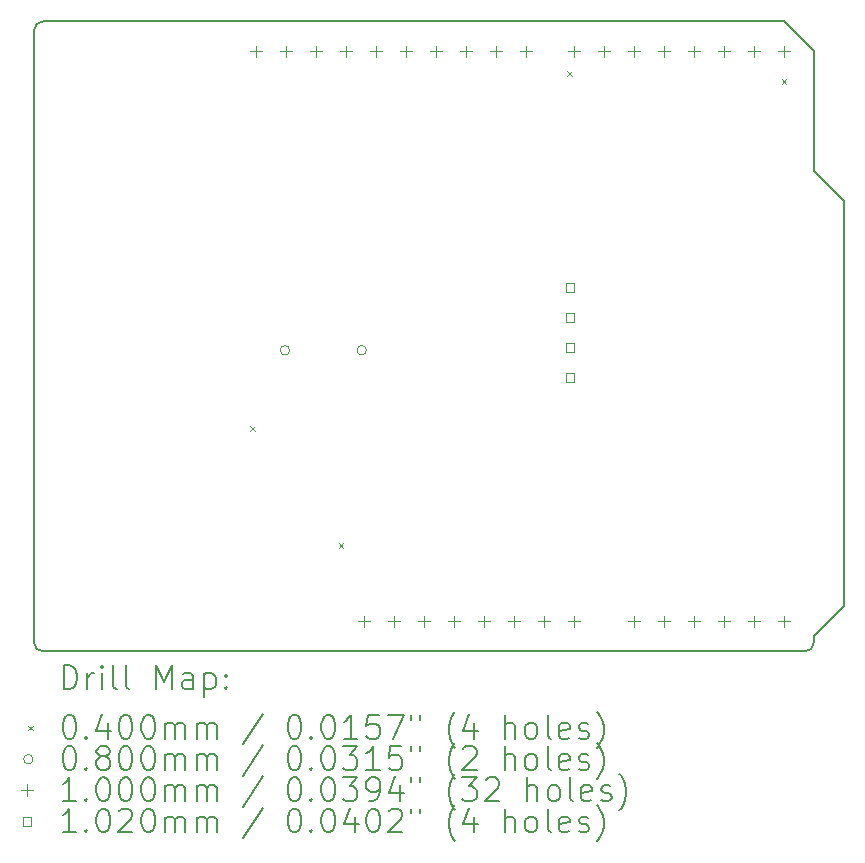
<source format=gbr>
%TF.GenerationSoftware,KiCad,Pcbnew,8.0.8*%
%TF.CreationDate,2025-02-15T01:56:57-07:00*%
%TF.ProjectId,bubble_detector_v2_shield,62756262-6c65-45f6-9465-746563746f72,rev?*%
%TF.SameCoordinates,Original*%
%TF.FileFunction,Drillmap*%
%TF.FilePolarity,Positive*%
%FSLAX45Y45*%
G04 Gerber Fmt 4.5, Leading zero omitted, Abs format (unit mm)*
G04 Created by KiCad (PCBNEW 8.0.8) date 2025-02-15 01:56:57*
%MOMM*%
%LPD*%
G01*
G04 APERTURE LIST*
%ADD10C,0.150000*%
%ADD11C,0.200000*%
%ADD12C,0.100000*%
%ADD13C,0.102000*%
G04 APERTURE END LIST*
D10*
X16604000Y-5936000D02*
X16858000Y-6190000D01*
X10000000Y-9923800D02*
X10000000Y-4742200D01*
X16858000Y-6190000D02*
X16858000Y-9619000D01*
X16527800Y-10000000D02*
X10076200Y-10000000D01*
X10076200Y-4666000D02*
X16350000Y-4666000D01*
X10076200Y-10000000D02*
G75*
G02*
X10000000Y-9923800I0J76200D01*
G01*
X16858000Y-9619000D02*
X16604000Y-9873000D01*
X16350000Y-4666000D02*
X16604000Y-4920000D01*
X16604000Y-9923800D02*
G75*
G02*
X16527800Y-10000000I-76200J0D01*
G01*
X16604000Y-4920000D02*
X16604000Y-5936000D01*
X16604000Y-9873000D02*
X16604000Y-9923800D01*
X10000000Y-4742200D02*
G75*
G02*
X10076200Y-4666000I76200J0D01*
G01*
D11*
D12*
X11830000Y-8092500D02*
X11870000Y-8132500D01*
X11870000Y-8092500D02*
X11830000Y-8132500D01*
X12580000Y-9080000D02*
X12620000Y-9120000D01*
X12620000Y-9080000D02*
X12580000Y-9120000D01*
X14517500Y-5089230D02*
X14557500Y-5129230D01*
X14557500Y-5089230D02*
X14517500Y-5129230D01*
X16330000Y-5154570D02*
X16370000Y-5194570D01*
X16370000Y-5154570D02*
X16330000Y-5194570D01*
X12165000Y-7450000D02*
G75*
G02*
X12085000Y-7450000I-40000J0D01*
G01*
X12085000Y-7450000D02*
G75*
G02*
X12165000Y-7450000I40000J0D01*
G01*
X12815000Y-7450000D02*
G75*
G02*
X12735000Y-7450000I-40000J0D01*
G01*
X12735000Y-7450000D02*
G75*
G02*
X12815000Y-7450000I40000J0D01*
G01*
X11879600Y-4870000D02*
X11879600Y-4970000D01*
X11829600Y-4920000D02*
X11929600Y-4920000D01*
X12133600Y-4870000D02*
X12133600Y-4970000D01*
X12083600Y-4920000D02*
X12183600Y-4920000D01*
X12387600Y-4870000D02*
X12387600Y-4970000D01*
X12337600Y-4920000D02*
X12437600Y-4920000D01*
X12641600Y-4870000D02*
X12641600Y-4970000D01*
X12591600Y-4920000D02*
X12691600Y-4920000D01*
X12794000Y-9696000D02*
X12794000Y-9796000D01*
X12744000Y-9746000D02*
X12844000Y-9746000D01*
X12895600Y-4870000D02*
X12895600Y-4970000D01*
X12845600Y-4920000D02*
X12945600Y-4920000D01*
X13048000Y-9696000D02*
X13048000Y-9796000D01*
X12998000Y-9746000D02*
X13098000Y-9746000D01*
X13149600Y-4870000D02*
X13149600Y-4970000D01*
X13099600Y-4920000D02*
X13199600Y-4920000D01*
X13302000Y-9696000D02*
X13302000Y-9796000D01*
X13252000Y-9746000D02*
X13352000Y-9746000D01*
X13403600Y-4870000D02*
X13403600Y-4970000D01*
X13353600Y-4920000D02*
X13453600Y-4920000D01*
X13556000Y-9696000D02*
X13556000Y-9796000D01*
X13506000Y-9746000D02*
X13606000Y-9746000D01*
X13657600Y-4870000D02*
X13657600Y-4970000D01*
X13607600Y-4920000D02*
X13707600Y-4920000D01*
X13810000Y-9696000D02*
X13810000Y-9796000D01*
X13760000Y-9746000D02*
X13860000Y-9746000D01*
X13911600Y-4870000D02*
X13911600Y-4970000D01*
X13861600Y-4920000D02*
X13961600Y-4920000D01*
X14064000Y-9696000D02*
X14064000Y-9796000D01*
X14014000Y-9746000D02*
X14114000Y-9746000D01*
X14165600Y-4870000D02*
X14165600Y-4970000D01*
X14115600Y-4920000D02*
X14215600Y-4920000D01*
X14318000Y-9696000D02*
X14318000Y-9796000D01*
X14268000Y-9746000D02*
X14368000Y-9746000D01*
X14572000Y-4870000D02*
X14572000Y-4970000D01*
X14522000Y-4920000D02*
X14622000Y-4920000D01*
X14572000Y-9696000D02*
X14572000Y-9796000D01*
X14522000Y-9746000D02*
X14622000Y-9746000D01*
X14826000Y-4870000D02*
X14826000Y-4970000D01*
X14776000Y-4920000D02*
X14876000Y-4920000D01*
X15080000Y-4870000D02*
X15080000Y-4970000D01*
X15030000Y-4920000D02*
X15130000Y-4920000D01*
X15080000Y-9696000D02*
X15080000Y-9796000D01*
X15030000Y-9746000D02*
X15130000Y-9746000D01*
X15334000Y-4870000D02*
X15334000Y-4970000D01*
X15284000Y-4920000D02*
X15384000Y-4920000D01*
X15334000Y-9696000D02*
X15334000Y-9796000D01*
X15284000Y-9746000D02*
X15384000Y-9746000D01*
X15588000Y-4870000D02*
X15588000Y-4970000D01*
X15538000Y-4920000D02*
X15638000Y-4920000D01*
X15588000Y-9696000D02*
X15588000Y-9796000D01*
X15538000Y-9746000D02*
X15638000Y-9746000D01*
X15842000Y-4870000D02*
X15842000Y-4970000D01*
X15792000Y-4920000D02*
X15892000Y-4920000D01*
X15842000Y-9696000D02*
X15842000Y-9796000D01*
X15792000Y-9746000D02*
X15892000Y-9746000D01*
X16096000Y-4870000D02*
X16096000Y-4970000D01*
X16046000Y-4920000D02*
X16146000Y-4920000D01*
X16096000Y-9696000D02*
X16096000Y-9796000D01*
X16046000Y-9746000D02*
X16146000Y-9746000D01*
X16350000Y-4870000D02*
X16350000Y-4970000D01*
X16300000Y-4920000D02*
X16400000Y-4920000D01*
X16350000Y-9696000D02*
X16350000Y-9796000D01*
X16300000Y-9746000D02*
X16400000Y-9746000D01*
D13*
X14573563Y-6955063D02*
X14573563Y-6882937D01*
X14501437Y-6882937D01*
X14501437Y-6955063D01*
X14573563Y-6955063D01*
X14573563Y-7209063D02*
X14573563Y-7136937D01*
X14501437Y-7136937D01*
X14501437Y-7209063D01*
X14573563Y-7209063D01*
X14573563Y-7463063D02*
X14573563Y-7390937D01*
X14501437Y-7390937D01*
X14501437Y-7463063D01*
X14573563Y-7463063D01*
X14573563Y-7717063D02*
X14573563Y-7644937D01*
X14501437Y-7644937D01*
X14501437Y-7717063D01*
X14573563Y-7717063D01*
D11*
X10253277Y-10318984D02*
X10253277Y-10118984D01*
X10253277Y-10118984D02*
X10300896Y-10118984D01*
X10300896Y-10118984D02*
X10329467Y-10128508D01*
X10329467Y-10128508D02*
X10348515Y-10147555D01*
X10348515Y-10147555D02*
X10358039Y-10166603D01*
X10358039Y-10166603D02*
X10367563Y-10204698D01*
X10367563Y-10204698D02*
X10367563Y-10233270D01*
X10367563Y-10233270D02*
X10358039Y-10271365D01*
X10358039Y-10271365D02*
X10348515Y-10290412D01*
X10348515Y-10290412D02*
X10329467Y-10309460D01*
X10329467Y-10309460D02*
X10300896Y-10318984D01*
X10300896Y-10318984D02*
X10253277Y-10318984D01*
X10453277Y-10318984D02*
X10453277Y-10185650D01*
X10453277Y-10223746D02*
X10462801Y-10204698D01*
X10462801Y-10204698D02*
X10472324Y-10195174D01*
X10472324Y-10195174D02*
X10491372Y-10185650D01*
X10491372Y-10185650D02*
X10510420Y-10185650D01*
X10577086Y-10318984D02*
X10577086Y-10185650D01*
X10577086Y-10118984D02*
X10567563Y-10128508D01*
X10567563Y-10128508D02*
X10577086Y-10138031D01*
X10577086Y-10138031D02*
X10586610Y-10128508D01*
X10586610Y-10128508D02*
X10577086Y-10118984D01*
X10577086Y-10118984D02*
X10577086Y-10138031D01*
X10700896Y-10318984D02*
X10681848Y-10309460D01*
X10681848Y-10309460D02*
X10672324Y-10290412D01*
X10672324Y-10290412D02*
X10672324Y-10118984D01*
X10805658Y-10318984D02*
X10786610Y-10309460D01*
X10786610Y-10309460D02*
X10777086Y-10290412D01*
X10777086Y-10290412D02*
X10777086Y-10118984D01*
X11034229Y-10318984D02*
X11034229Y-10118984D01*
X11034229Y-10118984D02*
X11100896Y-10261841D01*
X11100896Y-10261841D02*
X11167563Y-10118984D01*
X11167563Y-10118984D02*
X11167563Y-10318984D01*
X11348515Y-10318984D02*
X11348515Y-10214222D01*
X11348515Y-10214222D02*
X11338991Y-10195174D01*
X11338991Y-10195174D02*
X11319943Y-10185650D01*
X11319943Y-10185650D02*
X11281848Y-10185650D01*
X11281848Y-10185650D02*
X11262801Y-10195174D01*
X11348515Y-10309460D02*
X11329467Y-10318984D01*
X11329467Y-10318984D02*
X11281848Y-10318984D01*
X11281848Y-10318984D02*
X11262801Y-10309460D01*
X11262801Y-10309460D02*
X11253277Y-10290412D01*
X11253277Y-10290412D02*
X11253277Y-10271365D01*
X11253277Y-10271365D02*
X11262801Y-10252317D01*
X11262801Y-10252317D02*
X11281848Y-10242793D01*
X11281848Y-10242793D02*
X11329467Y-10242793D01*
X11329467Y-10242793D02*
X11348515Y-10233270D01*
X11443753Y-10185650D02*
X11443753Y-10385650D01*
X11443753Y-10195174D02*
X11462801Y-10185650D01*
X11462801Y-10185650D02*
X11500896Y-10185650D01*
X11500896Y-10185650D02*
X11519943Y-10195174D01*
X11519943Y-10195174D02*
X11529467Y-10204698D01*
X11529467Y-10204698D02*
X11538991Y-10223746D01*
X11538991Y-10223746D02*
X11538991Y-10280889D01*
X11538991Y-10280889D02*
X11529467Y-10299936D01*
X11529467Y-10299936D02*
X11519943Y-10309460D01*
X11519943Y-10309460D02*
X11500896Y-10318984D01*
X11500896Y-10318984D02*
X11462801Y-10318984D01*
X11462801Y-10318984D02*
X11443753Y-10309460D01*
X11624705Y-10299936D02*
X11634229Y-10309460D01*
X11634229Y-10309460D02*
X11624705Y-10318984D01*
X11624705Y-10318984D02*
X11615182Y-10309460D01*
X11615182Y-10309460D02*
X11624705Y-10299936D01*
X11624705Y-10299936D02*
X11624705Y-10318984D01*
X11624705Y-10195174D02*
X11634229Y-10204698D01*
X11634229Y-10204698D02*
X11624705Y-10214222D01*
X11624705Y-10214222D02*
X11615182Y-10204698D01*
X11615182Y-10204698D02*
X11624705Y-10195174D01*
X11624705Y-10195174D02*
X11624705Y-10214222D01*
D12*
X9952500Y-10627500D02*
X9992500Y-10667500D01*
X9992500Y-10627500D02*
X9952500Y-10667500D01*
D11*
X10291372Y-10538984D02*
X10310420Y-10538984D01*
X10310420Y-10538984D02*
X10329467Y-10548508D01*
X10329467Y-10548508D02*
X10338991Y-10558031D01*
X10338991Y-10558031D02*
X10348515Y-10577079D01*
X10348515Y-10577079D02*
X10358039Y-10615174D01*
X10358039Y-10615174D02*
X10358039Y-10662793D01*
X10358039Y-10662793D02*
X10348515Y-10700889D01*
X10348515Y-10700889D02*
X10338991Y-10719936D01*
X10338991Y-10719936D02*
X10329467Y-10729460D01*
X10329467Y-10729460D02*
X10310420Y-10738984D01*
X10310420Y-10738984D02*
X10291372Y-10738984D01*
X10291372Y-10738984D02*
X10272324Y-10729460D01*
X10272324Y-10729460D02*
X10262801Y-10719936D01*
X10262801Y-10719936D02*
X10253277Y-10700889D01*
X10253277Y-10700889D02*
X10243753Y-10662793D01*
X10243753Y-10662793D02*
X10243753Y-10615174D01*
X10243753Y-10615174D02*
X10253277Y-10577079D01*
X10253277Y-10577079D02*
X10262801Y-10558031D01*
X10262801Y-10558031D02*
X10272324Y-10548508D01*
X10272324Y-10548508D02*
X10291372Y-10538984D01*
X10443753Y-10719936D02*
X10453277Y-10729460D01*
X10453277Y-10729460D02*
X10443753Y-10738984D01*
X10443753Y-10738984D02*
X10434229Y-10729460D01*
X10434229Y-10729460D02*
X10443753Y-10719936D01*
X10443753Y-10719936D02*
X10443753Y-10738984D01*
X10624705Y-10605650D02*
X10624705Y-10738984D01*
X10577086Y-10529460D02*
X10529467Y-10672317D01*
X10529467Y-10672317D02*
X10653277Y-10672317D01*
X10767563Y-10538984D02*
X10786610Y-10538984D01*
X10786610Y-10538984D02*
X10805658Y-10548508D01*
X10805658Y-10548508D02*
X10815182Y-10558031D01*
X10815182Y-10558031D02*
X10824705Y-10577079D01*
X10824705Y-10577079D02*
X10834229Y-10615174D01*
X10834229Y-10615174D02*
X10834229Y-10662793D01*
X10834229Y-10662793D02*
X10824705Y-10700889D01*
X10824705Y-10700889D02*
X10815182Y-10719936D01*
X10815182Y-10719936D02*
X10805658Y-10729460D01*
X10805658Y-10729460D02*
X10786610Y-10738984D01*
X10786610Y-10738984D02*
X10767563Y-10738984D01*
X10767563Y-10738984D02*
X10748515Y-10729460D01*
X10748515Y-10729460D02*
X10738991Y-10719936D01*
X10738991Y-10719936D02*
X10729467Y-10700889D01*
X10729467Y-10700889D02*
X10719944Y-10662793D01*
X10719944Y-10662793D02*
X10719944Y-10615174D01*
X10719944Y-10615174D02*
X10729467Y-10577079D01*
X10729467Y-10577079D02*
X10738991Y-10558031D01*
X10738991Y-10558031D02*
X10748515Y-10548508D01*
X10748515Y-10548508D02*
X10767563Y-10538984D01*
X10958039Y-10538984D02*
X10977086Y-10538984D01*
X10977086Y-10538984D02*
X10996134Y-10548508D01*
X10996134Y-10548508D02*
X11005658Y-10558031D01*
X11005658Y-10558031D02*
X11015182Y-10577079D01*
X11015182Y-10577079D02*
X11024705Y-10615174D01*
X11024705Y-10615174D02*
X11024705Y-10662793D01*
X11024705Y-10662793D02*
X11015182Y-10700889D01*
X11015182Y-10700889D02*
X11005658Y-10719936D01*
X11005658Y-10719936D02*
X10996134Y-10729460D01*
X10996134Y-10729460D02*
X10977086Y-10738984D01*
X10977086Y-10738984D02*
X10958039Y-10738984D01*
X10958039Y-10738984D02*
X10938991Y-10729460D01*
X10938991Y-10729460D02*
X10929467Y-10719936D01*
X10929467Y-10719936D02*
X10919944Y-10700889D01*
X10919944Y-10700889D02*
X10910420Y-10662793D01*
X10910420Y-10662793D02*
X10910420Y-10615174D01*
X10910420Y-10615174D02*
X10919944Y-10577079D01*
X10919944Y-10577079D02*
X10929467Y-10558031D01*
X10929467Y-10558031D02*
X10938991Y-10548508D01*
X10938991Y-10548508D02*
X10958039Y-10538984D01*
X11110420Y-10738984D02*
X11110420Y-10605650D01*
X11110420Y-10624698D02*
X11119944Y-10615174D01*
X11119944Y-10615174D02*
X11138991Y-10605650D01*
X11138991Y-10605650D02*
X11167563Y-10605650D01*
X11167563Y-10605650D02*
X11186610Y-10615174D01*
X11186610Y-10615174D02*
X11196134Y-10634222D01*
X11196134Y-10634222D02*
X11196134Y-10738984D01*
X11196134Y-10634222D02*
X11205658Y-10615174D01*
X11205658Y-10615174D02*
X11224705Y-10605650D01*
X11224705Y-10605650D02*
X11253277Y-10605650D01*
X11253277Y-10605650D02*
X11272324Y-10615174D01*
X11272324Y-10615174D02*
X11281848Y-10634222D01*
X11281848Y-10634222D02*
X11281848Y-10738984D01*
X11377086Y-10738984D02*
X11377086Y-10605650D01*
X11377086Y-10624698D02*
X11386610Y-10615174D01*
X11386610Y-10615174D02*
X11405658Y-10605650D01*
X11405658Y-10605650D02*
X11434229Y-10605650D01*
X11434229Y-10605650D02*
X11453277Y-10615174D01*
X11453277Y-10615174D02*
X11462801Y-10634222D01*
X11462801Y-10634222D02*
X11462801Y-10738984D01*
X11462801Y-10634222D02*
X11472324Y-10615174D01*
X11472324Y-10615174D02*
X11491372Y-10605650D01*
X11491372Y-10605650D02*
X11519943Y-10605650D01*
X11519943Y-10605650D02*
X11538991Y-10615174D01*
X11538991Y-10615174D02*
X11548515Y-10634222D01*
X11548515Y-10634222D02*
X11548515Y-10738984D01*
X11938991Y-10529460D02*
X11767563Y-10786603D01*
X12196134Y-10538984D02*
X12215182Y-10538984D01*
X12215182Y-10538984D02*
X12234229Y-10548508D01*
X12234229Y-10548508D02*
X12243753Y-10558031D01*
X12243753Y-10558031D02*
X12253277Y-10577079D01*
X12253277Y-10577079D02*
X12262801Y-10615174D01*
X12262801Y-10615174D02*
X12262801Y-10662793D01*
X12262801Y-10662793D02*
X12253277Y-10700889D01*
X12253277Y-10700889D02*
X12243753Y-10719936D01*
X12243753Y-10719936D02*
X12234229Y-10729460D01*
X12234229Y-10729460D02*
X12215182Y-10738984D01*
X12215182Y-10738984D02*
X12196134Y-10738984D01*
X12196134Y-10738984D02*
X12177086Y-10729460D01*
X12177086Y-10729460D02*
X12167563Y-10719936D01*
X12167563Y-10719936D02*
X12158039Y-10700889D01*
X12158039Y-10700889D02*
X12148515Y-10662793D01*
X12148515Y-10662793D02*
X12148515Y-10615174D01*
X12148515Y-10615174D02*
X12158039Y-10577079D01*
X12158039Y-10577079D02*
X12167563Y-10558031D01*
X12167563Y-10558031D02*
X12177086Y-10548508D01*
X12177086Y-10548508D02*
X12196134Y-10538984D01*
X12348515Y-10719936D02*
X12358039Y-10729460D01*
X12358039Y-10729460D02*
X12348515Y-10738984D01*
X12348515Y-10738984D02*
X12338991Y-10729460D01*
X12338991Y-10729460D02*
X12348515Y-10719936D01*
X12348515Y-10719936D02*
X12348515Y-10738984D01*
X12481848Y-10538984D02*
X12500896Y-10538984D01*
X12500896Y-10538984D02*
X12519944Y-10548508D01*
X12519944Y-10548508D02*
X12529467Y-10558031D01*
X12529467Y-10558031D02*
X12538991Y-10577079D01*
X12538991Y-10577079D02*
X12548515Y-10615174D01*
X12548515Y-10615174D02*
X12548515Y-10662793D01*
X12548515Y-10662793D02*
X12538991Y-10700889D01*
X12538991Y-10700889D02*
X12529467Y-10719936D01*
X12529467Y-10719936D02*
X12519944Y-10729460D01*
X12519944Y-10729460D02*
X12500896Y-10738984D01*
X12500896Y-10738984D02*
X12481848Y-10738984D01*
X12481848Y-10738984D02*
X12462801Y-10729460D01*
X12462801Y-10729460D02*
X12453277Y-10719936D01*
X12453277Y-10719936D02*
X12443753Y-10700889D01*
X12443753Y-10700889D02*
X12434229Y-10662793D01*
X12434229Y-10662793D02*
X12434229Y-10615174D01*
X12434229Y-10615174D02*
X12443753Y-10577079D01*
X12443753Y-10577079D02*
X12453277Y-10558031D01*
X12453277Y-10558031D02*
X12462801Y-10548508D01*
X12462801Y-10548508D02*
X12481848Y-10538984D01*
X12738991Y-10738984D02*
X12624706Y-10738984D01*
X12681848Y-10738984D02*
X12681848Y-10538984D01*
X12681848Y-10538984D02*
X12662801Y-10567555D01*
X12662801Y-10567555D02*
X12643753Y-10586603D01*
X12643753Y-10586603D02*
X12624706Y-10596127D01*
X12919944Y-10538984D02*
X12824706Y-10538984D01*
X12824706Y-10538984D02*
X12815182Y-10634222D01*
X12815182Y-10634222D02*
X12824706Y-10624698D01*
X12824706Y-10624698D02*
X12843753Y-10615174D01*
X12843753Y-10615174D02*
X12891372Y-10615174D01*
X12891372Y-10615174D02*
X12910420Y-10624698D01*
X12910420Y-10624698D02*
X12919944Y-10634222D01*
X12919944Y-10634222D02*
X12929467Y-10653270D01*
X12929467Y-10653270D02*
X12929467Y-10700889D01*
X12929467Y-10700889D02*
X12919944Y-10719936D01*
X12919944Y-10719936D02*
X12910420Y-10729460D01*
X12910420Y-10729460D02*
X12891372Y-10738984D01*
X12891372Y-10738984D02*
X12843753Y-10738984D01*
X12843753Y-10738984D02*
X12824706Y-10729460D01*
X12824706Y-10729460D02*
X12815182Y-10719936D01*
X12996134Y-10538984D02*
X13129467Y-10538984D01*
X13129467Y-10538984D02*
X13043753Y-10738984D01*
X13196134Y-10538984D02*
X13196134Y-10577079D01*
X13272325Y-10538984D02*
X13272325Y-10577079D01*
X13567563Y-10815174D02*
X13558039Y-10805650D01*
X13558039Y-10805650D02*
X13538991Y-10777079D01*
X13538991Y-10777079D02*
X13529468Y-10758031D01*
X13529468Y-10758031D02*
X13519944Y-10729460D01*
X13519944Y-10729460D02*
X13510420Y-10681841D01*
X13510420Y-10681841D02*
X13510420Y-10643746D01*
X13510420Y-10643746D02*
X13519944Y-10596127D01*
X13519944Y-10596127D02*
X13529468Y-10567555D01*
X13529468Y-10567555D02*
X13538991Y-10548508D01*
X13538991Y-10548508D02*
X13558039Y-10519936D01*
X13558039Y-10519936D02*
X13567563Y-10510412D01*
X13729468Y-10605650D02*
X13729468Y-10738984D01*
X13681848Y-10529460D02*
X13634229Y-10672317D01*
X13634229Y-10672317D02*
X13758039Y-10672317D01*
X13986610Y-10738984D02*
X13986610Y-10538984D01*
X14072325Y-10738984D02*
X14072325Y-10634222D01*
X14072325Y-10634222D02*
X14062801Y-10615174D01*
X14062801Y-10615174D02*
X14043753Y-10605650D01*
X14043753Y-10605650D02*
X14015182Y-10605650D01*
X14015182Y-10605650D02*
X13996134Y-10615174D01*
X13996134Y-10615174D02*
X13986610Y-10624698D01*
X14196134Y-10738984D02*
X14177087Y-10729460D01*
X14177087Y-10729460D02*
X14167563Y-10719936D01*
X14167563Y-10719936D02*
X14158039Y-10700889D01*
X14158039Y-10700889D02*
X14158039Y-10643746D01*
X14158039Y-10643746D02*
X14167563Y-10624698D01*
X14167563Y-10624698D02*
X14177087Y-10615174D01*
X14177087Y-10615174D02*
X14196134Y-10605650D01*
X14196134Y-10605650D02*
X14224706Y-10605650D01*
X14224706Y-10605650D02*
X14243753Y-10615174D01*
X14243753Y-10615174D02*
X14253277Y-10624698D01*
X14253277Y-10624698D02*
X14262801Y-10643746D01*
X14262801Y-10643746D02*
X14262801Y-10700889D01*
X14262801Y-10700889D02*
X14253277Y-10719936D01*
X14253277Y-10719936D02*
X14243753Y-10729460D01*
X14243753Y-10729460D02*
X14224706Y-10738984D01*
X14224706Y-10738984D02*
X14196134Y-10738984D01*
X14377087Y-10738984D02*
X14358039Y-10729460D01*
X14358039Y-10729460D02*
X14348515Y-10710412D01*
X14348515Y-10710412D02*
X14348515Y-10538984D01*
X14529468Y-10729460D02*
X14510420Y-10738984D01*
X14510420Y-10738984D02*
X14472325Y-10738984D01*
X14472325Y-10738984D02*
X14453277Y-10729460D01*
X14453277Y-10729460D02*
X14443753Y-10710412D01*
X14443753Y-10710412D02*
X14443753Y-10634222D01*
X14443753Y-10634222D02*
X14453277Y-10615174D01*
X14453277Y-10615174D02*
X14472325Y-10605650D01*
X14472325Y-10605650D02*
X14510420Y-10605650D01*
X14510420Y-10605650D02*
X14529468Y-10615174D01*
X14529468Y-10615174D02*
X14538991Y-10634222D01*
X14538991Y-10634222D02*
X14538991Y-10653270D01*
X14538991Y-10653270D02*
X14443753Y-10672317D01*
X14615182Y-10729460D02*
X14634230Y-10738984D01*
X14634230Y-10738984D02*
X14672325Y-10738984D01*
X14672325Y-10738984D02*
X14691372Y-10729460D01*
X14691372Y-10729460D02*
X14700896Y-10710412D01*
X14700896Y-10710412D02*
X14700896Y-10700889D01*
X14700896Y-10700889D02*
X14691372Y-10681841D01*
X14691372Y-10681841D02*
X14672325Y-10672317D01*
X14672325Y-10672317D02*
X14643753Y-10672317D01*
X14643753Y-10672317D02*
X14624706Y-10662793D01*
X14624706Y-10662793D02*
X14615182Y-10643746D01*
X14615182Y-10643746D02*
X14615182Y-10634222D01*
X14615182Y-10634222D02*
X14624706Y-10615174D01*
X14624706Y-10615174D02*
X14643753Y-10605650D01*
X14643753Y-10605650D02*
X14672325Y-10605650D01*
X14672325Y-10605650D02*
X14691372Y-10615174D01*
X14767563Y-10815174D02*
X14777087Y-10805650D01*
X14777087Y-10805650D02*
X14796134Y-10777079D01*
X14796134Y-10777079D02*
X14805658Y-10758031D01*
X14805658Y-10758031D02*
X14815182Y-10729460D01*
X14815182Y-10729460D02*
X14824706Y-10681841D01*
X14824706Y-10681841D02*
X14824706Y-10643746D01*
X14824706Y-10643746D02*
X14815182Y-10596127D01*
X14815182Y-10596127D02*
X14805658Y-10567555D01*
X14805658Y-10567555D02*
X14796134Y-10548508D01*
X14796134Y-10548508D02*
X14777087Y-10519936D01*
X14777087Y-10519936D02*
X14767563Y-10510412D01*
D12*
X9992500Y-10911500D02*
G75*
G02*
X9912500Y-10911500I-40000J0D01*
G01*
X9912500Y-10911500D02*
G75*
G02*
X9992500Y-10911500I40000J0D01*
G01*
D11*
X10291372Y-10802984D02*
X10310420Y-10802984D01*
X10310420Y-10802984D02*
X10329467Y-10812508D01*
X10329467Y-10812508D02*
X10338991Y-10822031D01*
X10338991Y-10822031D02*
X10348515Y-10841079D01*
X10348515Y-10841079D02*
X10358039Y-10879174D01*
X10358039Y-10879174D02*
X10358039Y-10926793D01*
X10358039Y-10926793D02*
X10348515Y-10964889D01*
X10348515Y-10964889D02*
X10338991Y-10983936D01*
X10338991Y-10983936D02*
X10329467Y-10993460D01*
X10329467Y-10993460D02*
X10310420Y-11002984D01*
X10310420Y-11002984D02*
X10291372Y-11002984D01*
X10291372Y-11002984D02*
X10272324Y-10993460D01*
X10272324Y-10993460D02*
X10262801Y-10983936D01*
X10262801Y-10983936D02*
X10253277Y-10964889D01*
X10253277Y-10964889D02*
X10243753Y-10926793D01*
X10243753Y-10926793D02*
X10243753Y-10879174D01*
X10243753Y-10879174D02*
X10253277Y-10841079D01*
X10253277Y-10841079D02*
X10262801Y-10822031D01*
X10262801Y-10822031D02*
X10272324Y-10812508D01*
X10272324Y-10812508D02*
X10291372Y-10802984D01*
X10443753Y-10983936D02*
X10453277Y-10993460D01*
X10453277Y-10993460D02*
X10443753Y-11002984D01*
X10443753Y-11002984D02*
X10434229Y-10993460D01*
X10434229Y-10993460D02*
X10443753Y-10983936D01*
X10443753Y-10983936D02*
X10443753Y-11002984D01*
X10567563Y-10888698D02*
X10548515Y-10879174D01*
X10548515Y-10879174D02*
X10538991Y-10869650D01*
X10538991Y-10869650D02*
X10529467Y-10850603D01*
X10529467Y-10850603D02*
X10529467Y-10841079D01*
X10529467Y-10841079D02*
X10538991Y-10822031D01*
X10538991Y-10822031D02*
X10548515Y-10812508D01*
X10548515Y-10812508D02*
X10567563Y-10802984D01*
X10567563Y-10802984D02*
X10605658Y-10802984D01*
X10605658Y-10802984D02*
X10624705Y-10812508D01*
X10624705Y-10812508D02*
X10634229Y-10822031D01*
X10634229Y-10822031D02*
X10643753Y-10841079D01*
X10643753Y-10841079D02*
X10643753Y-10850603D01*
X10643753Y-10850603D02*
X10634229Y-10869650D01*
X10634229Y-10869650D02*
X10624705Y-10879174D01*
X10624705Y-10879174D02*
X10605658Y-10888698D01*
X10605658Y-10888698D02*
X10567563Y-10888698D01*
X10567563Y-10888698D02*
X10548515Y-10898222D01*
X10548515Y-10898222D02*
X10538991Y-10907746D01*
X10538991Y-10907746D02*
X10529467Y-10926793D01*
X10529467Y-10926793D02*
X10529467Y-10964889D01*
X10529467Y-10964889D02*
X10538991Y-10983936D01*
X10538991Y-10983936D02*
X10548515Y-10993460D01*
X10548515Y-10993460D02*
X10567563Y-11002984D01*
X10567563Y-11002984D02*
X10605658Y-11002984D01*
X10605658Y-11002984D02*
X10624705Y-10993460D01*
X10624705Y-10993460D02*
X10634229Y-10983936D01*
X10634229Y-10983936D02*
X10643753Y-10964889D01*
X10643753Y-10964889D02*
X10643753Y-10926793D01*
X10643753Y-10926793D02*
X10634229Y-10907746D01*
X10634229Y-10907746D02*
X10624705Y-10898222D01*
X10624705Y-10898222D02*
X10605658Y-10888698D01*
X10767563Y-10802984D02*
X10786610Y-10802984D01*
X10786610Y-10802984D02*
X10805658Y-10812508D01*
X10805658Y-10812508D02*
X10815182Y-10822031D01*
X10815182Y-10822031D02*
X10824705Y-10841079D01*
X10824705Y-10841079D02*
X10834229Y-10879174D01*
X10834229Y-10879174D02*
X10834229Y-10926793D01*
X10834229Y-10926793D02*
X10824705Y-10964889D01*
X10824705Y-10964889D02*
X10815182Y-10983936D01*
X10815182Y-10983936D02*
X10805658Y-10993460D01*
X10805658Y-10993460D02*
X10786610Y-11002984D01*
X10786610Y-11002984D02*
X10767563Y-11002984D01*
X10767563Y-11002984D02*
X10748515Y-10993460D01*
X10748515Y-10993460D02*
X10738991Y-10983936D01*
X10738991Y-10983936D02*
X10729467Y-10964889D01*
X10729467Y-10964889D02*
X10719944Y-10926793D01*
X10719944Y-10926793D02*
X10719944Y-10879174D01*
X10719944Y-10879174D02*
X10729467Y-10841079D01*
X10729467Y-10841079D02*
X10738991Y-10822031D01*
X10738991Y-10822031D02*
X10748515Y-10812508D01*
X10748515Y-10812508D02*
X10767563Y-10802984D01*
X10958039Y-10802984D02*
X10977086Y-10802984D01*
X10977086Y-10802984D02*
X10996134Y-10812508D01*
X10996134Y-10812508D02*
X11005658Y-10822031D01*
X11005658Y-10822031D02*
X11015182Y-10841079D01*
X11015182Y-10841079D02*
X11024705Y-10879174D01*
X11024705Y-10879174D02*
X11024705Y-10926793D01*
X11024705Y-10926793D02*
X11015182Y-10964889D01*
X11015182Y-10964889D02*
X11005658Y-10983936D01*
X11005658Y-10983936D02*
X10996134Y-10993460D01*
X10996134Y-10993460D02*
X10977086Y-11002984D01*
X10977086Y-11002984D02*
X10958039Y-11002984D01*
X10958039Y-11002984D02*
X10938991Y-10993460D01*
X10938991Y-10993460D02*
X10929467Y-10983936D01*
X10929467Y-10983936D02*
X10919944Y-10964889D01*
X10919944Y-10964889D02*
X10910420Y-10926793D01*
X10910420Y-10926793D02*
X10910420Y-10879174D01*
X10910420Y-10879174D02*
X10919944Y-10841079D01*
X10919944Y-10841079D02*
X10929467Y-10822031D01*
X10929467Y-10822031D02*
X10938991Y-10812508D01*
X10938991Y-10812508D02*
X10958039Y-10802984D01*
X11110420Y-11002984D02*
X11110420Y-10869650D01*
X11110420Y-10888698D02*
X11119944Y-10879174D01*
X11119944Y-10879174D02*
X11138991Y-10869650D01*
X11138991Y-10869650D02*
X11167563Y-10869650D01*
X11167563Y-10869650D02*
X11186610Y-10879174D01*
X11186610Y-10879174D02*
X11196134Y-10898222D01*
X11196134Y-10898222D02*
X11196134Y-11002984D01*
X11196134Y-10898222D02*
X11205658Y-10879174D01*
X11205658Y-10879174D02*
X11224705Y-10869650D01*
X11224705Y-10869650D02*
X11253277Y-10869650D01*
X11253277Y-10869650D02*
X11272324Y-10879174D01*
X11272324Y-10879174D02*
X11281848Y-10898222D01*
X11281848Y-10898222D02*
X11281848Y-11002984D01*
X11377086Y-11002984D02*
X11377086Y-10869650D01*
X11377086Y-10888698D02*
X11386610Y-10879174D01*
X11386610Y-10879174D02*
X11405658Y-10869650D01*
X11405658Y-10869650D02*
X11434229Y-10869650D01*
X11434229Y-10869650D02*
X11453277Y-10879174D01*
X11453277Y-10879174D02*
X11462801Y-10898222D01*
X11462801Y-10898222D02*
X11462801Y-11002984D01*
X11462801Y-10898222D02*
X11472324Y-10879174D01*
X11472324Y-10879174D02*
X11491372Y-10869650D01*
X11491372Y-10869650D02*
X11519943Y-10869650D01*
X11519943Y-10869650D02*
X11538991Y-10879174D01*
X11538991Y-10879174D02*
X11548515Y-10898222D01*
X11548515Y-10898222D02*
X11548515Y-11002984D01*
X11938991Y-10793460D02*
X11767563Y-11050603D01*
X12196134Y-10802984D02*
X12215182Y-10802984D01*
X12215182Y-10802984D02*
X12234229Y-10812508D01*
X12234229Y-10812508D02*
X12243753Y-10822031D01*
X12243753Y-10822031D02*
X12253277Y-10841079D01*
X12253277Y-10841079D02*
X12262801Y-10879174D01*
X12262801Y-10879174D02*
X12262801Y-10926793D01*
X12262801Y-10926793D02*
X12253277Y-10964889D01*
X12253277Y-10964889D02*
X12243753Y-10983936D01*
X12243753Y-10983936D02*
X12234229Y-10993460D01*
X12234229Y-10993460D02*
X12215182Y-11002984D01*
X12215182Y-11002984D02*
X12196134Y-11002984D01*
X12196134Y-11002984D02*
X12177086Y-10993460D01*
X12177086Y-10993460D02*
X12167563Y-10983936D01*
X12167563Y-10983936D02*
X12158039Y-10964889D01*
X12158039Y-10964889D02*
X12148515Y-10926793D01*
X12148515Y-10926793D02*
X12148515Y-10879174D01*
X12148515Y-10879174D02*
X12158039Y-10841079D01*
X12158039Y-10841079D02*
X12167563Y-10822031D01*
X12167563Y-10822031D02*
X12177086Y-10812508D01*
X12177086Y-10812508D02*
X12196134Y-10802984D01*
X12348515Y-10983936D02*
X12358039Y-10993460D01*
X12358039Y-10993460D02*
X12348515Y-11002984D01*
X12348515Y-11002984D02*
X12338991Y-10993460D01*
X12338991Y-10993460D02*
X12348515Y-10983936D01*
X12348515Y-10983936D02*
X12348515Y-11002984D01*
X12481848Y-10802984D02*
X12500896Y-10802984D01*
X12500896Y-10802984D02*
X12519944Y-10812508D01*
X12519944Y-10812508D02*
X12529467Y-10822031D01*
X12529467Y-10822031D02*
X12538991Y-10841079D01*
X12538991Y-10841079D02*
X12548515Y-10879174D01*
X12548515Y-10879174D02*
X12548515Y-10926793D01*
X12548515Y-10926793D02*
X12538991Y-10964889D01*
X12538991Y-10964889D02*
X12529467Y-10983936D01*
X12529467Y-10983936D02*
X12519944Y-10993460D01*
X12519944Y-10993460D02*
X12500896Y-11002984D01*
X12500896Y-11002984D02*
X12481848Y-11002984D01*
X12481848Y-11002984D02*
X12462801Y-10993460D01*
X12462801Y-10993460D02*
X12453277Y-10983936D01*
X12453277Y-10983936D02*
X12443753Y-10964889D01*
X12443753Y-10964889D02*
X12434229Y-10926793D01*
X12434229Y-10926793D02*
X12434229Y-10879174D01*
X12434229Y-10879174D02*
X12443753Y-10841079D01*
X12443753Y-10841079D02*
X12453277Y-10822031D01*
X12453277Y-10822031D02*
X12462801Y-10812508D01*
X12462801Y-10812508D02*
X12481848Y-10802984D01*
X12615182Y-10802984D02*
X12738991Y-10802984D01*
X12738991Y-10802984D02*
X12672325Y-10879174D01*
X12672325Y-10879174D02*
X12700896Y-10879174D01*
X12700896Y-10879174D02*
X12719944Y-10888698D01*
X12719944Y-10888698D02*
X12729467Y-10898222D01*
X12729467Y-10898222D02*
X12738991Y-10917270D01*
X12738991Y-10917270D02*
X12738991Y-10964889D01*
X12738991Y-10964889D02*
X12729467Y-10983936D01*
X12729467Y-10983936D02*
X12719944Y-10993460D01*
X12719944Y-10993460D02*
X12700896Y-11002984D01*
X12700896Y-11002984D02*
X12643753Y-11002984D01*
X12643753Y-11002984D02*
X12624706Y-10993460D01*
X12624706Y-10993460D02*
X12615182Y-10983936D01*
X12929467Y-11002984D02*
X12815182Y-11002984D01*
X12872325Y-11002984D02*
X12872325Y-10802984D01*
X12872325Y-10802984D02*
X12853277Y-10831555D01*
X12853277Y-10831555D02*
X12834229Y-10850603D01*
X12834229Y-10850603D02*
X12815182Y-10860127D01*
X13110420Y-10802984D02*
X13015182Y-10802984D01*
X13015182Y-10802984D02*
X13005658Y-10898222D01*
X13005658Y-10898222D02*
X13015182Y-10888698D01*
X13015182Y-10888698D02*
X13034229Y-10879174D01*
X13034229Y-10879174D02*
X13081848Y-10879174D01*
X13081848Y-10879174D02*
X13100896Y-10888698D01*
X13100896Y-10888698D02*
X13110420Y-10898222D01*
X13110420Y-10898222D02*
X13119944Y-10917270D01*
X13119944Y-10917270D02*
X13119944Y-10964889D01*
X13119944Y-10964889D02*
X13110420Y-10983936D01*
X13110420Y-10983936D02*
X13100896Y-10993460D01*
X13100896Y-10993460D02*
X13081848Y-11002984D01*
X13081848Y-11002984D02*
X13034229Y-11002984D01*
X13034229Y-11002984D02*
X13015182Y-10993460D01*
X13015182Y-10993460D02*
X13005658Y-10983936D01*
X13196134Y-10802984D02*
X13196134Y-10841079D01*
X13272325Y-10802984D02*
X13272325Y-10841079D01*
X13567563Y-11079174D02*
X13558039Y-11069650D01*
X13558039Y-11069650D02*
X13538991Y-11041079D01*
X13538991Y-11041079D02*
X13529468Y-11022031D01*
X13529468Y-11022031D02*
X13519944Y-10993460D01*
X13519944Y-10993460D02*
X13510420Y-10945841D01*
X13510420Y-10945841D02*
X13510420Y-10907746D01*
X13510420Y-10907746D02*
X13519944Y-10860127D01*
X13519944Y-10860127D02*
X13529468Y-10831555D01*
X13529468Y-10831555D02*
X13538991Y-10812508D01*
X13538991Y-10812508D02*
X13558039Y-10783936D01*
X13558039Y-10783936D02*
X13567563Y-10774412D01*
X13634229Y-10822031D02*
X13643753Y-10812508D01*
X13643753Y-10812508D02*
X13662801Y-10802984D01*
X13662801Y-10802984D02*
X13710420Y-10802984D01*
X13710420Y-10802984D02*
X13729468Y-10812508D01*
X13729468Y-10812508D02*
X13738991Y-10822031D01*
X13738991Y-10822031D02*
X13748515Y-10841079D01*
X13748515Y-10841079D02*
X13748515Y-10860127D01*
X13748515Y-10860127D02*
X13738991Y-10888698D01*
X13738991Y-10888698D02*
X13624706Y-11002984D01*
X13624706Y-11002984D02*
X13748515Y-11002984D01*
X13986610Y-11002984D02*
X13986610Y-10802984D01*
X14072325Y-11002984D02*
X14072325Y-10898222D01*
X14072325Y-10898222D02*
X14062801Y-10879174D01*
X14062801Y-10879174D02*
X14043753Y-10869650D01*
X14043753Y-10869650D02*
X14015182Y-10869650D01*
X14015182Y-10869650D02*
X13996134Y-10879174D01*
X13996134Y-10879174D02*
X13986610Y-10888698D01*
X14196134Y-11002984D02*
X14177087Y-10993460D01*
X14177087Y-10993460D02*
X14167563Y-10983936D01*
X14167563Y-10983936D02*
X14158039Y-10964889D01*
X14158039Y-10964889D02*
X14158039Y-10907746D01*
X14158039Y-10907746D02*
X14167563Y-10888698D01*
X14167563Y-10888698D02*
X14177087Y-10879174D01*
X14177087Y-10879174D02*
X14196134Y-10869650D01*
X14196134Y-10869650D02*
X14224706Y-10869650D01*
X14224706Y-10869650D02*
X14243753Y-10879174D01*
X14243753Y-10879174D02*
X14253277Y-10888698D01*
X14253277Y-10888698D02*
X14262801Y-10907746D01*
X14262801Y-10907746D02*
X14262801Y-10964889D01*
X14262801Y-10964889D02*
X14253277Y-10983936D01*
X14253277Y-10983936D02*
X14243753Y-10993460D01*
X14243753Y-10993460D02*
X14224706Y-11002984D01*
X14224706Y-11002984D02*
X14196134Y-11002984D01*
X14377087Y-11002984D02*
X14358039Y-10993460D01*
X14358039Y-10993460D02*
X14348515Y-10974412D01*
X14348515Y-10974412D02*
X14348515Y-10802984D01*
X14529468Y-10993460D02*
X14510420Y-11002984D01*
X14510420Y-11002984D02*
X14472325Y-11002984D01*
X14472325Y-11002984D02*
X14453277Y-10993460D01*
X14453277Y-10993460D02*
X14443753Y-10974412D01*
X14443753Y-10974412D02*
X14443753Y-10898222D01*
X14443753Y-10898222D02*
X14453277Y-10879174D01*
X14453277Y-10879174D02*
X14472325Y-10869650D01*
X14472325Y-10869650D02*
X14510420Y-10869650D01*
X14510420Y-10869650D02*
X14529468Y-10879174D01*
X14529468Y-10879174D02*
X14538991Y-10898222D01*
X14538991Y-10898222D02*
X14538991Y-10917270D01*
X14538991Y-10917270D02*
X14443753Y-10936317D01*
X14615182Y-10993460D02*
X14634230Y-11002984D01*
X14634230Y-11002984D02*
X14672325Y-11002984D01*
X14672325Y-11002984D02*
X14691372Y-10993460D01*
X14691372Y-10993460D02*
X14700896Y-10974412D01*
X14700896Y-10974412D02*
X14700896Y-10964889D01*
X14700896Y-10964889D02*
X14691372Y-10945841D01*
X14691372Y-10945841D02*
X14672325Y-10936317D01*
X14672325Y-10936317D02*
X14643753Y-10936317D01*
X14643753Y-10936317D02*
X14624706Y-10926793D01*
X14624706Y-10926793D02*
X14615182Y-10907746D01*
X14615182Y-10907746D02*
X14615182Y-10898222D01*
X14615182Y-10898222D02*
X14624706Y-10879174D01*
X14624706Y-10879174D02*
X14643753Y-10869650D01*
X14643753Y-10869650D02*
X14672325Y-10869650D01*
X14672325Y-10869650D02*
X14691372Y-10879174D01*
X14767563Y-11079174D02*
X14777087Y-11069650D01*
X14777087Y-11069650D02*
X14796134Y-11041079D01*
X14796134Y-11041079D02*
X14805658Y-11022031D01*
X14805658Y-11022031D02*
X14815182Y-10993460D01*
X14815182Y-10993460D02*
X14824706Y-10945841D01*
X14824706Y-10945841D02*
X14824706Y-10907746D01*
X14824706Y-10907746D02*
X14815182Y-10860127D01*
X14815182Y-10860127D02*
X14805658Y-10831555D01*
X14805658Y-10831555D02*
X14796134Y-10812508D01*
X14796134Y-10812508D02*
X14777087Y-10783936D01*
X14777087Y-10783936D02*
X14767563Y-10774412D01*
D12*
X9942500Y-11125500D02*
X9942500Y-11225500D01*
X9892500Y-11175500D02*
X9992500Y-11175500D01*
D11*
X10358039Y-11266984D02*
X10243753Y-11266984D01*
X10300896Y-11266984D02*
X10300896Y-11066984D01*
X10300896Y-11066984D02*
X10281848Y-11095555D01*
X10281848Y-11095555D02*
X10262801Y-11114603D01*
X10262801Y-11114603D02*
X10243753Y-11124127D01*
X10443753Y-11247936D02*
X10453277Y-11257460D01*
X10453277Y-11257460D02*
X10443753Y-11266984D01*
X10443753Y-11266984D02*
X10434229Y-11257460D01*
X10434229Y-11257460D02*
X10443753Y-11247936D01*
X10443753Y-11247936D02*
X10443753Y-11266984D01*
X10577086Y-11066984D02*
X10596134Y-11066984D01*
X10596134Y-11066984D02*
X10615182Y-11076508D01*
X10615182Y-11076508D02*
X10624705Y-11086031D01*
X10624705Y-11086031D02*
X10634229Y-11105079D01*
X10634229Y-11105079D02*
X10643753Y-11143174D01*
X10643753Y-11143174D02*
X10643753Y-11190793D01*
X10643753Y-11190793D02*
X10634229Y-11228888D01*
X10634229Y-11228888D02*
X10624705Y-11247936D01*
X10624705Y-11247936D02*
X10615182Y-11257460D01*
X10615182Y-11257460D02*
X10596134Y-11266984D01*
X10596134Y-11266984D02*
X10577086Y-11266984D01*
X10577086Y-11266984D02*
X10558039Y-11257460D01*
X10558039Y-11257460D02*
X10548515Y-11247936D01*
X10548515Y-11247936D02*
X10538991Y-11228888D01*
X10538991Y-11228888D02*
X10529467Y-11190793D01*
X10529467Y-11190793D02*
X10529467Y-11143174D01*
X10529467Y-11143174D02*
X10538991Y-11105079D01*
X10538991Y-11105079D02*
X10548515Y-11086031D01*
X10548515Y-11086031D02*
X10558039Y-11076508D01*
X10558039Y-11076508D02*
X10577086Y-11066984D01*
X10767563Y-11066984D02*
X10786610Y-11066984D01*
X10786610Y-11066984D02*
X10805658Y-11076508D01*
X10805658Y-11076508D02*
X10815182Y-11086031D01*
X10815182Y-11086031D02*
X10824705Y-11105079D01*
X10824705Y-11105079D02*
X10834229Y-11143174D01*
X10834229Y-11143174D02*
X10834229Y-11190793D01*
X10834229Y-11190793D02*
X10824705Y-11228888D01*
X10824705Y-11228888D02*
X10815182Y-11247936D01*
X10815182Y-11247936D02*
X10805658Y-11257460D01*
X10805658Y-11257460D02*
X10786610Y-11266984D01*
X10786610Y-11266984D02*
X10767563Y-11266984D01*
X10767563Y-11266984D02*
X10748515Y-11257460D01*
X10748515Y-11257460D02*
X10738991Y-11247936D01*
X10738991Y-11247936D02*
X10729467Y-11228888D01*
X10729467Y-11228888D02*
X10719944Y-11190793D01*
X10719944Y-11190793D02*
X10719944Y-11143174D01*
X10719944Y-11143174D02*
X10729467Y-11105079D01*
X10729467Y-11105079D02*
X10738991Y-11086031D01*
X10738991Y-11086031D02*
X10748515Y-11076508D01*
X10748515Y-11076508D02*
X10767563Y-11066984D01*
X10958039Y-11066984D02*
X10977086Y-11066984D01*
X10977086Y-11066984D02*
X10996134Y-11076508D01*
X10996134Y-11076508D02*
X11005658Y-11086031D01*
X11005658Y-11086031D02*
X11015182Y-11105079D01*
X11015182Y-11105079D02*
X11024705Y-11143174D01*
X11024705Y-11143174D02*
X11024705Y-11190793D01*
X11024705Y-11190793D02*
X11015182Y-11228888D01*
X11015182Y-11228888D02*
X11005658Y-11247936D01*
X11005658Y-11247936D02*
X10996134Y-11257460D01*
X10996134Y-11257460D02*
X10977086Y-11266984D01*
X10977086Y-11266984D02*
X10958039Y-11266984D01*
X10958039Y-11266984D02*
X10938991Y-11257460D01*
X10938991Y-11257460D02*
X10929467Y-11247936D01*
X10929467Y-11247936D02*
X10919944Y-11228888D01*
X10919944Y-11228888D02*
X10910420Y-11190793D01*
X10910420Y-11190793D02*
X10910420Y-11143174D01*
X10910420Y-11143174D02*
X10919944Y-11105079D01*
X10919944Y-11105079D02*
X10929467Y-11086031D01*
X10929467Y-11086031D02*
X10938991Y-11076508D01*
X10938991Y-11076508D02*
X10958039Y-11066984D01*
X11110420Y-11266984D02*
X11110420Y-11133650D01*
X11110420Y-11152698D02*
X11119944Y-11143174D01*
X11119944Y-11143174D02*
X11138991Y-11133650D01*
X11138991Y-11133650D02*
X11167563Y-11133650D01*
X11167563Y-11133650D02*
X11186610Y-11143174D01*
X11186610Y-11143174D02*
X11196134Y-11162222D01*
X11196134Y-11162222D02*
X11196134Y-11266984D01*
X11196134Y-11162222D02*
X11205658Y-11143174D01*
X11205658Y-11143174D02*
X11224705Y-11133650D01*
X11224705Y-11133650D02*
X11253277Y-11133650D01*
X11253277Y-11133650D02*
X11272324Y-11143174D01*
X11272324Y-11143174D02*
X11281848Y-11162222D01*
X11281848Y-11162222D02*
X11281848Y-11266984D01*
X11377086Y-11266984D02*
X11377086Y-11133650D01*
X11377086Y-11152698D02*
X11386610Y-11143174D01*
X11386610Y-11143174D02*
X11405658Y-11133650D01*
X11405658Y-11133650D02*
X11434229Y-11133650D01*
X11434229Y-11133650D02*
X11453277Y-11143174D01*
X11453277Y-11143174D02*
X11462801Y-11162222D01*
X11462801Y-11162222D02*
X11462801Y-11266984D01*
X11462801Y-11162222D02*
X11472324Y-11143174D01*
X11472324Y-11143174D02*
X11491372Y-11133650D01*
X11491372Y-11133650D02*
X11519943Y-11133650D01*
X11519943Y-11133650D02*
X11538991Y-11143174D01*
X11538991Y-11143174D02*
X11548515Y-11162222D01*
X11548515Y-11162222D02*
X11548515Y-11266984D01*
X11938991Y-11057460D02*
X11767563Y-11314603D01*
X12196134Y-11066984D02*
X12215182Y-11066984D01*
X12215182Y-11066984D02*
X12234229Y-11076508D01*
X12234229Y-11076508D02*
X12243753Y-11086031D01*
X12243753Y-11086031D02*
X12253277Y-11105079D01*
X12253277Y-11105079D02*
X12262801Y-11143174D01*
X12262801Y-11143174D02*
X12262801Y-11190793D01*
X12262801Y-11190793D02*
X12253277Y-11228888D01*
X12253277Y-11228888D02*
X12243753Y-11247936D01*
X12243753Y-11247936D02*
X12234229Y-11257460D01*
X12234229Y-11257460D02*
X12215182Y-11266984D01*
X12215182Y-11266984D02*
X12196134Y-11266984D01*
X12196134Y-11266984D02*
X12177086Y-11257460D01*
X12177086Y-11257460D02*
X12167563Y-11247936D01*
X12167563Y-11247936D02*
X12158039Y-11228888D01*
X12158039Y-11228888D02*
X12148515Y-11190793D01*
X12148515Y-11190793D02*
X12148515Y-11143174D01*
X12148515Y-11143174D02*
X12158039Y-11105079D01*
X12158039Y-11105079D02*
X12167563Y-11086031D01*
X12167563Y-11086031D02*
X12177086Y-11076508D01*
X12177086Y-11076508D02*
X12196134Y-11066984D01*
X12348515Y-11247936D02*
X12358039Y-11257460D01*
X12358039Y-11257460D02*
X12348515Y-11266984D01*
X12348515Y-11266984D02*
X12338991Y-11257460D01*
X12338991Y-11257460D02*
X12348515Y-11247936D01*
X12348515Y-11247936D02*
X12348515Y-11266984D01*
X12481848Y-11066984D02*
X12500896Y-11066984D01*
X12500896Y-11066984D02*
X12519944Y-11076508D01*
X12519944Y-11076508D02*
X12529467Y-11086031D01*
X12529467Y-11086031D02*
X12538991Y-11105079D01*
X12538991Y-11105079D02*
X12548515Y-11143174D01*
X12548515Y-11143174D02*
X12548515Y-11190793D01*
X12548515Y-11190793D02*
X12538991Y-11228888D01*
X12538991Y-11228888D02*
X12529467Y-11247936D01*
X12529467Y-11247936D02*
X12519944Y-11257460D01*
X12519944Y-11257460D02*
X12500896Y-11266984D01*
X12500896Y-11266984D02*
X12481848Y-11266984D01*
X12481848Y-11266984D02*
X12462801Y-11257460D01*
X12462801Y-11257460D02*
X12453277Y-11247936D01*
X12453277Y-11247936D02*
X12443753Y-11228888D01*
X12443753Y-11228888D02*
X12434229Y-11190793D01*
X12434229Y-11190793D02*
X12434229Y-11143174D01*
X12434229Y-11143174D02*
X12443753Y-11105079D01*
X12443753Y-11105079D02*
X12453277Y-11086031D01*
X12453277Y-11086031D02*
X12462801Y-11076508D01*
X12462801Y-11076508D02*
X12481848Y-11066984D01*
X12615182Y-11066984D02*
X12738991Y-11066984D01*
X12738991Y-11066984D02*
X12672325Y-11143174D01*
X12672325Y-11143174D02*
X12700896Y-11143174D01*
X12700896Y-11143174D02*
X12719944Y-11152698D01*
X12719944Y-11152698D02*
X12729467Y-11162222D01*
X12729467Y-11162222D02*
X12738991Y-11181270D01*
X12738991Y-11181270D02*
X12738991Y-11228888D01*
X12738991Y-11228888D02*
X12729467Y-11247936D01*
X12729467Y-11247936D02*
X12719944Y-11257460D01*
X12719944Y-11257460D02*
X12700896Y-11266984D01*
X12700896Y-11266984D02*
X12643753Y-11266984D01*
X12643753Y-11266984D02*
X12624706Y-11257460D01*
X12624706Y-11257460D02*
X12615182Y-11247936D01*
X12834229Y-11266984D02*
X12872325Y-11266984D01*
X12872325Y-11266984D02*
X12891372Y-11257460D01*
X12891372Y-11257460D02*
X12900896Y-11247936D01*
X12900896Y-11247936D02*
X12919944Y-11219365D01*
X12919944Y-11219365D02*
X12929467Y-11181270D01*
X12929467Y-11181270D02*
X12929467Y-11105079D01*
X12929467Y-11105079D02*
X12919944Y-11086031D01*
X12919944Y-11086031D02*
X12910420Y-11076508D01*
X12910420Y-11076508D02*
X12891372Y-11066984D01*
X12891372Y-11066984D02*
X12853277Y-11066984D01*
X12853277Y-11066984D02*
X12834229Y-11076508D01*
X12834229Y-11076508D02*
X12824706Y-11086031D01*
X12824706Y-11086031D02*
X12815182Y-11105079D01*
X12815182Y-11105079D02*
X12815182Y-11152698D01*
X12815182Y-11152698D02*
X12824706Y-11171746D01*
X12824706Y-11171746D02*
X12834229Y-11181270D01*
X12834229Y-11181270D02*
X12853277Y-11190793D01*
X12853277Y-11190793D02*
X12891372Y-11190793D01*
X12891372Y-11190793D02*
X12910420Y-11181270D01*
X12910420Y-11181270D02*
X12919944Y-11171746D01*
X12919944Y-11171746D02*
X12929467Y-11152698D01*
X13100896Y-11133650D02*
X13100896Y-11266984D01*
X13053277Y-11057460D02*
X13005658Y-11200317D01*
X13005658Y-11200317D02*
X13129467Y-11200317D01*
X13196134Y-11066984D02*
X13196134Y-11105079D01*
X13272325Y-11066984D02*
X13272325Y-11105079D01*
X13567563Y-11343174D02*
X13558039Y-11333650D01*
X13558039Y-11333650D02*
X13538991Y-11305079D01*
X13538991Y-11305079D02*
X13529468Y-11286031D01*
X13529468Y-11286031D02*
X13519944Y-11257460D01*
X13519944Y-11257460D02*
X13510420Y-11209841D01*
X13510420Y-11209841D02*
X13510420Y-11171746D01*
X13510420Y-11171746D02*
X13519944Y-11124127D01*
X13519944Y-11124127D02*
X13529468Y-11095555D01*
X13529468Y-11095555D02*
X13538991Y-11076508D01*
X13538991Y-11076508D02*
X13558039Y-11047936D01*
X13558039Y-11047936D02*
X13567563Y-11038412D01*
X13624706Y-11066984D02*
X13748515Y-11066984D01*
X13748515Y-11066984D02*
X13681848Y-11143174D01*
X13681848Y-11143174D02*
X13710420Y-11143174D01*
X13710420Y-11143174D02*
X13729468Y-11152698D01*
X13729468Y-11152698D02*
X13738991Y-11162222D01*
X13738991Y-11162222D02*
X13748515Y-11181270D01*
X13748515Y-11181270D02*
X13748515Y-11228888D01*
X13748515Y-11228888D02*
X13738991Y-11247936D01*
X13738991Y-11247936D02*
X13729468Y-11257460D01*
X13729468Y-11257460D02*
X13710420Y-11266984D01*
X13710420Y-11266984D02*
X13653277Y-11266984D01*
X13653277Y-11266984D02*
X13634229Y-11257460D01*
X13634229Y-11257460D02*
X13624706Y-11247936D01*
X13824706Y-11086031D02*
X13834229Y-11076508D01*
X13834229Y-11076508D02*
X13853277Y-11066984D01*
X13853277Y-11066984D02*
X13900896Y-11066984D01*
X13900896Y-11066984D02*
X13919944Y-11076508D01*
X13919944Y-11076508D02*
X13929468Y-11086031D01*
X13929468Y-11086031D02*
X13938991Y-11105079D01*
X13938991Y-11105079D02*
X13938991Y-11124127D01*
X13938991Y-11124127D02*
X13929468Y-11152698D01*
X13929468Y-11152698D02*
X13815182Y-11266984D01*
X13815182Y-11266984D02*
X13938991Y-11266984D01*
X14177087Y-11266984D02*
X14177087Y-11066984D01*
X14262801Y-11266984D02*
X14262801Y-11162222D01*
X14262801Y-11162222D02*
X14253277Y-11143174D01*
X14253277Y-11143174D02*
X14234230Y-11133650D01*
X14234230Y-11133650D02*
X14205658Y-11133650D01*
X14205658Y-11133650D02*
X14186610Y-11143174D01*
X14186610Y-11143174D02*
X14177087Y-11152698D01*
X14386610Y-11266984D02*
X14367563Y-11257460D01*
X14367563Y-11257460D02*
X14358039Y-11247936D01*
X14358039Y-11247936D02*
X14348515Y-11228888D01*
X14348515Y-11228888D02*
X14348515Y-11171746D01*
X14348515Y-11171746D02*
X14358039Y-11152698D01*
X14358039Y-11152698D02*
X14367563Y-11143174D01*
X14367563Y-11143174D02*
X14386610Y-11133650D01*
X14386610Y-11133650D02*
X14415182Y-11133650D01*
X14415182Y-11133650D02*
X14434230Y-11143174D01*
X14434230Y-11143174D02*
X14443753Y-11152698D01*
X14443753Y-11152698D02*
X14453277Y-11171746D01*
X14453277Y-11171746D02*
X14453277Y-11228888D01*
X14453277Y-11228888D02*
X14443753Y-11247936D01*
X14443753Y-11247936D02*
X14434230Y-11257460D01*
X14434230Y-11257460D02*
X14415182Y-11266984D01*
X14415182Y-11266984D02*
X14386610Y-11266984D01*
X14567563Y-11266984D02*
X14548515Y-11257460D01*
X14548515Y-11257460D02*
X14538991Y-11238412D01*
X14538991Y-11238412D02*
X14538991Y-11066984D01*
X14719944Y-11257460D02*
X14700896Y-11266984D01*
X14700896Y-11266984D02*
X14662801Y-11266984D01*
X14662801Y-11266984D02*
X14643753Y-11257460D01*
X14643753Y-11257460D02*
X14634230Y-11238412D01*
X14634230Y-11238412D02*
X14634230Y-11162222D01*
X14634230Y-11162222D02*
X14643753Y-11143174D01*
X14643753Y-11143174D02*
X14662801Y-11133650D01*
X14662801Y-11133650D02*
X14700896Y-11133650D01*
X14700896Y-11133650D02*
X14719944Y-11143174D01*
X14719944Y-11143174D02*
X14729468Y-11162222D01*
X14729468Y-11162222D02*
X14729468Y-11181270D01*
X14729468Y-11181270D02*
X14634230Y-11200317D01*
X14805658Y-11257460D02*
X14824706Y-11266984D01*
X14824706Y-11266984D02*
X14862801Y-11266984D01*
X14862801Y-11266984D02*
X14881849Y-11257460D01*
X14881849Y-11257460D02*
X14891372Y-11238412D01*
X14891372Y-11238412D02*
X14891372Y-11228888D01*
X14891372Y-11228888D02*
X14881849Y-11209841D01*
X14881849Y-11209841D02*
X14862801Y-11200317D01*
X14862801Y-11200317D02*
X14834230Y-11200317D01*
X14834230Y-11200317D02*
X14815182Y-11190793D01*
X14815182Y-11190793D02*
X14805658Y-11171746D01*
X14805658Y-11171746D02*
X14805658Y-11162222D01*
X14805658Y-11162222D02*
X14815182Y-11143174D01*
X14815182Y-11143174D02*
X14834230Y-11133650D01*
X14834230Y-11133650D02*
X14862801Y-11133650D01*
X14862801Y-11133650D02*
X14881849Y-11143174D01*
X14958039Y-11343174D02*
X14967563Y-11333650D01*
X14967563Y-11333650D02*
X14986611Y-11305079D01*
X14986611Y-11305079D02*
X14996134Y-11286031D01*
X14996134Y-11286031D02*
X15005658Y-11257460D01*
X15005658Y-11257460D02*
X15015182Y-11209841D01*
X15015182Y-11209841D02*
X15015182Y-11171746D01*
X15015182Y-11171746D02*
X15005658Y-11124127D01*
X15005658Y-11124127D02*
X14996134Y-11095555D01*
X14996134Y-11095555D02*
X14986611Y-11076508D01*
X14986611Y-11076508D02*
X14967563Y-11047936D01*
X14967563Y-11047936D02*
X14958039Y-11038412D01*
D13*
X9977563Y-11475563D02*
X9977563Y-11403437D01*
X9905437Y-11403437D01*
X9905437Y-11475563D01*
X9977563Y-11475563D01*
D11*
X10358039Y-11530984D02*
X10243753Y-11530984D01*
X10300896Y-11530984D02*
X10300896Y-11330984D01*
X10300896Y-11330984D02*
X10281848Y-11359555D01*
X10281848Y-11359555D02*
X10262801Y-11378603D01*
X10262801Y-11378603D02*
X10243753Y-11388127D01*
X10443753Y-11511936D02*
X10453277Y-11521460D01*
X10453277Y-11521460D02*
X10443753Y-11530984D01*
X10443753Y-11530984D02*
X10434229Y-11521460D01*
X10434229Y-11521460D02*
X10443753Y-11511936D01*
X10443753Y-11511936D02*
X10443753Y-11530984D01*
X10577086Y-11330984D02*
X10596134Y-11330984D01*
X10596134Y-11330984D02*
X10615182Y-11340508D01*
X10615182Y-11340508D02*
X10624705Y-11350031D01*
X10624705Y-11350031D02*
X10634229Y-11369079D01*
X10634229Y-11369079D02*
X10643753Y-11407174D01*
X10643753Y-11407174D02*
X10643753Y-11454793D01*
X10643753Y-11454793D02*
X10634229Y-11492888D01*
X10634229Y-11492888D02*
X10624705Y-11511936D01*
X10624705Y-11511936D02*
X10615182Y-11521460D01*
X10615182Y-11521460D02*
X10596134Y-11530984D01*
X10596134Y-11530984D02*
X10577086Y-11530984D01*
X10577086Y-11530984D02*
X10558039Y-11521460D01*
X10558039Y-11521460D02*
X10548515Y-11511936D01*
X10548515Y-11511936D02*
X10538991Y-11492888D01*
X10538991Y-11492888D02*
X10529467Y-11454793D01*
X10529467Y-11454793D02*
X10529467Y-11407174D01*
X10529467Y-11407174D02*
X10538991Y-11369079D01*
X10538991Y-11369079D02*
X10548515Y-11350031D01*
X10548515Y-11350031D02*
X10558039Y-11340508D01*
X10558039Y-11340508D02*
X10577086Y-11330984D01*
X10719944Y-11350031D02*
X10729467Y-11340508D01*
X10729467Y-11340508D02*
X10748515Y-11330984D01*
X10748515Y-11330984D02*
X10796134Y-11330984D01*
X10796134Y-11330984D02*
X10815182Y-11340508D01*
X10815182Y-11340508D02*
X10824705Y-11350031D01*
X10824705Y-11350031D02*
X10834229Y-11369079D01*
X10834229Y-11369079D02*
X10834229Y-11388127D01*
X10834229Y-11388127D02*
X10824705Y-11416698D01*
X10824705Y-11416698D02*
X10710420Y-11530984D01*
X10710420Y-11530984D02*
X10834229Y-11530984D01*
X10958039Y-11330984D02*
X10977086Y-11330984D01*
X10977086Y-11330984D02*
X10996134Y-11340508D01*
X10996134Y-11340508D02*
X11005658Y-11350031D01*
X11005658Y-11350031D02*
X11015182Y-11369079D01*
X11015182Y-11369079D02*
X11024705Y-11407174D01*
X11024705Y-11407174D02*
X11024705Y-11454793D01*
X11024705Y-11454793D02*
X11015182Y-11492888D01*
X11015182Y-11492888D02*
X11005658Y-11511936D01*
X11005658Y-11511936D02*
X10996134Y-11521460D01*
X10996134Y-11521460D02*
X10977086Y-11530984D01*
X10977086Y-11530984D02*
X10958039Y-11530984D01*
X10958039Y-11530984D02*
X10938991Y-11521460D01*
X10938991Y-11521460D02*
X10929467Y-11511936D01*
X10929467Y-11511936D02*
X10919944Y-11492888D01*
X10919944Y-11492888D02*
X10910420Y-11454793D01*
X10910420Y-11454793D02*
X10910420Y-11407174D01*
X10910420Y-11407174D02*
X10919944Y-11369079D01*
X10919944Y-11369079D02*
X10929467Y-11350031D01*
X10929467Y-11350031D02*
X10938991Y-11340508D01*
X10938991Y-11340508D02*
X10958039Y-11330984D01*
X11110420Y-11530984D02*
X11110420Y-11397650D01*
X11110420Y-11416698D02*
X11119944Y-11407174D01*
X11119944Y-11407174D02*
X11138991Y-11397650D01*
X11138991Y-11397650D02*
X11167563Y-11397650D01*
X11167563Y-11397650D02*
X11186610Y-11407174D01*
X11186610Y-11407174D02*
X11196134Y-11426222D01*
X11196134Y-11426222D02*
X11196134Y-11530984D01*
X11196134Y-11426222D02*
X11205658Y-11407174D01*
X11205658Y-11407174D02*
X11224705Y-11397650D01*
X11224705Y-11397650D02*
X11253277Y-11397650D01*
X11253277Y-11397650D02*
X11272324Y-11407174D01*
X11272324Y-11407174D02*
X11281848Y-11426222D01*
X11281848Y-11426222D02*
X11281848Y-11530984D01*
X11377086Y-11530984D02*
X11377086Y-11397650D01*
X11377086Y-11416698D02*
X11386610Y-11407174D01*
X11386610Y-11407174D02*
X11405658Y-11397650D01*
X11405658Y-11397650D02*
X11434229Y-11397650D01*
X11434229Y-11397650D02*
X11453277Y-11407174D01*
X11453277Y-11407174D02*
X11462801Y-11426222D01*
X11462801Y-11426222D02*
X11462801Y-11530984D01*
X11462801Y-11426222D02*
X11472324Y-11407174D01*
X11472324Y-11407174D02*
X11491372Y-11397650D01*
X11491372Y-11397650D02*
X11519943Y-11397650D01*
X11519943Y-11397650D02*
X11538991Y-11407174D01*
X11538991Y-11407174D02*
X11548515Y-11426222D01*
X11548515Y-11426222D02*
X11548515Y-11530984D01*
X11938991Y-11321460D02*
X11767563Y-11578603D01*
X12196134Y-11330984D02*
X12215182Y-11330984D01*
X12215182Y-11330984D02*
X12234229Y-11340508D01*
X12234229Y-11340508D02*
X12243753Y-11350031D01*
X12243753Y-11350031D02*
X12253277Y-11369079D01*
X12253277Y-11369079D02*
X12262801Y-11407174D01*
X12262801Y-11407174D02*
X12262801Y-11454793D01*
X12262801Y-11454793D02*
X12253277Y-11492888D01*
X12253277Y-11492888D02*
X12243753Y-11511936D01*
X12243753Y-11511936D02*
X12234229Y-11521460D01*
X12234229Y-11521460D02*
X12215182Y-11530984D01*
X12215182Y-11530984D02*
X12196134Y-11530984D01*
X12196134Y-11530984D02*
X12177086Y-11521460D01*
X12177086Y-11521460D02*
X12167563Y-11511936D01*
X12167563Y-11511936D02*
X12158039Y-11492888D01*
X12158039Y-11492888D02*
X12148515Y-11454793D01*
X12148515Y-11454793D02*
X12148515Y-11407174D01*
X12148515Y-11407174D02*
X12158039Y-11369079D01*
X12158039Y-11369079D02*
X12167563Y-11350031D01*
X12167563Y-11350031D02*
X12177086Y-11340508D01*
X12177086Y-11340508D02*
X12196134Y-11330984D01*
X12348515Y-11511936D02*
X12358039Y-11521460D01*
X12358039Y-11521460D02*
X12348515Y-11530984D01*
X12348515Y-11530984D02*
X12338991Y-11521460D01*
X12338991Y-11521460D02*
X12348515Y-11511936D01*
X12348515Y-11511936D02*
X12348515Y-11530984D01*
X12481848Y-11330984D02*
X12500896Y-11330984D01*
X12500896Y-11330984D02*
X12519944Y-11340508D01*
X12519944Y-11340508D02*
X12529467Y-11350031D01*
X12529467Y-11350031D02*
X12538991Y-11369079D01*
X12538991Y-11369079D02*
X12548515Y-11407174D01*
X12548515Y-11407174D02*
X12548515Y-11454793D01*
X12548515Y-11454793D02*
X12538991Y-11492888D01*
X12538991Y-11492888D02*
X12529467Y-11511936D01*
X12529467Y-11511936D02*
X12519944Y-11521460D01*
X12519944Y-11521460D02*
X12500896Y-11530984D01*
X12500896Y-11530984D02*
X12481848Y-11530984D01*
X12481848Y-11530984D02*
X12462801Y-11521460D01*
X12462801Y-11521460D02*
X12453277Y-11511936D01*
X12453277Y-11511936D02*
X12443753Y-11492888D01*
X12443753Y-11492888D02*
X12434229Y-11454793D01*
X12434229Y-11454793D02*
X12434229Y-11407174D01*
X12434229Y-11407174D02*
X12443753Y-11369079D01*
X12443753Y-11369079D02*
X12453277Y-11350031D01*
X12453277Y-11350031D02*
X12462801Y-11340508D01*
X12462801Y-11340508D02*
X12481848Y-11330984D01*
X12719944Y-11397650D02*
X12719944Y-11530984D01*
X12672325Y-11321460D02*
X12624706Y-11464317D01*
X12624706Y-11464317D02*
X12748515Y-11464317D01*
X12862801Y-11330984D02*
X12881848Y-11330984D01*
X12881848Y-11330984D02*
X12900896Y-11340508D01*
X12900896Y-11340508D02*
X12910420Y-11350031D01*
X12910420Y-11350031D02*
X12919944Y-11369079D01*
X12919944Y-11369079D02*
X12929467Y-11407174D01*
X12929467Y-11407174D02*
X12929467Y-11454793D01*
X12929467Y-11454793D02*
X12919944Y-11492888D01*
X12919944Y-11492888D02*
X12910420Y-11511936D01*
X12910420Y-11511936D02*
X12900896Y-11521460D01*
X12900896Y-11521460D02*
X12881848Y-11530984D01*
X12881848Y-11530984D02*
X12862801Y-11530984D01*
X12862801Y-11530984D02*
X12843753Y-11521460D01*
X12843753Y-11521460D02*
X12834229Y-11511936D01*
X12834229Y-11511936D02*
X12824706Y-11492888D01*
X12824706Y-11492888D02*
X12815182Y-11454793D01*
X12815182Y-11454793D02*
X12815182Y-11407174D01*
X12815182Y-11407174D02*
X12824706Y-11369079D01*
X12824706Y-11369079D02*
X12834229Y-11350031D01*
X12834229Y-11350031D02*
X12843753Y-11340508D01*
X12843753Y-11340508D02*
X12862801Y-11330984D01*
X13005658Y-11350031D02*
X13015182Y-11340508D01*
X13015182Y-11340508D02*
X13034229Y-11330984D01*
X13034229Y-11330984D02*
X13081848Y-11330984D01*
X13081848Y-11330984D02*
X13100896Y-11340508D01*
X13100896Y-11340508D02*
X13110420Y-11350031D01*
X13110420Y-11350031D02*
X13119944Y-11369079D01*
X13119944Y-11369079D02*
X13119944Y-11388127D01*
X13119944Y-11388127D02*
X13110420Y-11416698D01*
X13110420Y-11416698D02*
X12996134Y-11530984D01*
X12996134Y-11530984D02*
X13119944Y-11530984D01*
X13196134Y-11330984D02*
X13196134Y-11369079D01*
X13272325Y-11330984D02*
X13272325Y-11369079D01*
X13567563Y-11607174D02*
X13558039Y-11597650D01*
X13558039Y-11597650D02*
X13538991Y-11569079D01*
X13538991Y-11569079D02*
X13529468Y-11550031D01*
X13529468Y-11550031D02*
X13519944Y-11521460D01*
X13519944Y-11521460D02*
X13510420Y-11473841D01*
X13510420Y-11473841D02*
X13510420Y-11435746D01*
X13510420Y-11435746D02*
X13519944Y-11388127D01*
X13519944Y-11388127D02*
X13529468Y-11359555D01*
X13529468Y-11359555D02*
X13538991Y-11340508D01*
X13538991Y-11340508D02*
X13558039Y-11311936D01*
X13558039Y-11311936D02*
X13567563Y-11302412D01*
X13729468Y-11397650D02*
X13729468Y-11530984D01*
X13681848Y-11321460D02*
X13634229Y-11464317D01*
X13634229Y-11464317D02*
X13758039Y-11464317D01*
X13986610Y-11530984D02*
X13986610Y-11330984D01*
X14072325Y-11530984D02*
X14072325Y-11426222D01*
X14072325Y-11426222D02*
X14062801Y-11407174D01*
X14062801Y-11407174D02*
X14043753Y-11397650D01*
X14043753Y-11397650D02*
X14015182Y-11397650D01*
X14015182Y-11397650D02*
X13996134Y-11407174D01*
X13996134Y-11407174D02*
X13986610Y-11416698D01*
X14196134Y-11530984D02*
X14177087Y-11521460D01*
X14177087Y-11521460D02*
X14167563Y-11511936D01*
X14167563Y-11511936D02*
X14158039Y-11492888D01*
X14158039Y-11492888D02*
X14158039Y-11435746D01*
X14158039Y-11435746D02*
X14167563Y-11416698D01*
X14167563Y-11416698D02*
X14177087Y-11407174D01*
X14177087Y-11407174D02*
X14196134Y-11397650D01*
X14196134Y-11397650D02*
X14224706Y-11397650D01*
X14224706Y-11397650D02*
X14243753Y-11407174D01*
X14243753Y-11407174D02*
X14253277Y-11416698D01*
X14253277Y-11416698D02*
X14262801Y-11435746D01*
X14262801Y-11435746D02*
X14262801Y-11492888D01*
X14262801Y-11492888D02*
X14253277Y-11511936D01*
X14253277Y-11511936D02*
X14243753Y-11521460D01*
X14243753Y-11521460D02*
X14224706Y-11530984D01*
X14224706Y-11530984D02*
X14196134Y-11530984D01*
X14377087Y-11530984D02*
X14358039Y-11521460D01*
X14358039Y-11521460D02*
X14348515Y-11502412D01*
X14348515Y-11502412D02*
X14348515Y-11330984D01*
X14529468Y-11521460D02*
X14510420Y-11530984D01*
X14510420Y-11530984D02*
X14472325Y-11530984D01*
X14472325Y-11530984D02*
X14453277Y-11521460D01*
X14453277Y-11521460D02*
X14443753Y-11502412D01*
X14443753Y-11502412D02*
X14443753Y-11426222D01*
X14443753Y-11426222D02*
X14453277Y-11407174D01*
X14453277Y-11407174D02*
X14472325Y-11397650D01*
X14472325Y-11397650D02*
X14510420Y-11397650D01*
X14510420Y-11397650D02*
X14529468Y-11407174D01*
X14529468Y-11407174D02*
X14538991Y-11426222D01*
X14538991Y-11426222D02*
X14538991Y-11445269D01*
X14538991Y-11445269D02*
X14443753Y-11464317D01*
X14615182Y-11521460D02*
X14634230Y-11530984D01*
X14634230Y-11530984D02*
X14672325Y-11530984D01*
X14672325Y-11530984D02*
X14691372Y-11521460D01*
X14691372Y-11521460D02*
X14700896Y-11502412D01*
X14700896Y-11502412D02*
X14700896Y-11492888D01*
X14700896Y-11492888D02*
X14691372Y-11473841D01*
X14691372Y-11473841D02*
X14672325Y-11464317D01*
X14672325Y-11464317D02*
X14643753Y-11464317D01*
X14643753Y-11464317D02*
X14624706Y-11454793D01*
X14624706Y-11454793D02*
X14615182Y-11435746D01*
X14615182Y-11435746D02*
X14615182Y-11426222D01*
X14615182Y-11426222D02*
X14624706Y-11407174D01*
X14624706Y-11407174D02*
X14643753Y-11397650D01*
X14643753Y-11397650D02*
X14672325Y-11397650D01*
X14672325Y-11397650D02*
X14691372Y-11407174D01*
X14767563Y-11607174D02*
X14777087Y-11597650D01*
X14777087Y-11597650D02*
X14796134Y-11569079D01*
X14796134Y-11569079D02*
X14805658Y-11550031D01*
X14805658Y-11550031D02*
X14815182Y-11521460D01*
X14815182Y-11521460D02*
X14824706Y-11473841D01*
X14824706Y-11473841D02*
X14824706Y-11435746D01*
X14824706Y-11435746D02*
X14815182Y-11388127D01*
X14815182Y-11388127D02*
X14805658Y-11359555D01*
X14805658Y-11359555D02*
X14796134Y-11340508D01*
X14796134Y-11340508D02*
X14777087Y-11311936D01*
X14777087Y-11311936D02*
X14767563Y-11302412D01*
M02*

</source>
